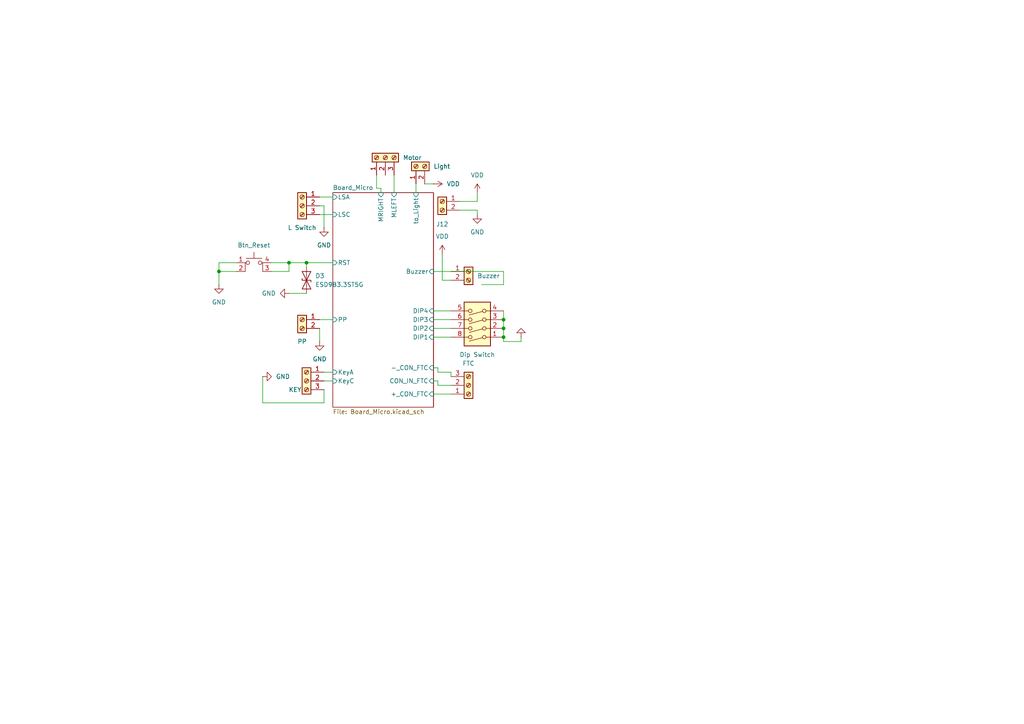
<source format=kicad_sch>
(kicad_sch
	(version 20250114)
	(generator "eeschema")
	(generator_version "9.0")
	(uuid "10750c3a-d383-45d6-b98c-cd879b600e84")
	(paper "A4")
	(lib_symbols
		(symbol "Connector:Screw_Terminal_01x02"
			(pin_names
				(offset 1.016)
				(hide yes)
			)
			(exclude_from_sim no)
			(in_bom yes)
			(on_board yes)
			(property "Reference" "J"
				(at 0 2.54 0)
				(effects
					(font
						(size 1.27 1.27)
					)
				)
			)
			(property "Value" "Screw_Terminal_01x02"
				(at 0 -5.08 0)
				(effects
					(font
						(size 1.27 1.27)
					)
				)
			)
			(property "Footprint" ""
				(at 0 0 0)
				(effects
					(font
						(size 1.27 1.27)
					)
					(hide yes)
				)
			)
			(property "Datasheet" "~"
				(at 0 0 0)
				(effects
					(font
						(size 1.27 1.27)
					)
					(hide yes)
				)
			)
			(property "Description" "Generic screw terminal, single row, 01x02, script generated (kicad-library-utils/schlib/autogen/connector/)"
				(at 0 0 0)
				(effects
					(font
						(size 1.27 1.27)
					)
					(hide yes)
				)
			)
			(property "ki_keywords" "screw terminal"
				(at 0 0 0)
				(effects
					(font
						(size 1.27 1.27)
					)
					(hide yes)
				)
			)
			(property "ki_fp_filters" "TerminalBlock*:*"
				(at 0 0 0)
				(effects
					(font
						(size 1.27 1.27)
					)
					(hide yes)
				)
			)
			(symbol "Screw_Terminal_01x02_1_1"
				(rectangle
					(start -1.27 1.27)
					(end 1.27 -3.81)
					(stroke
						(width 0.254)
						(type default)
					)
					(fill
						(type background)
					)
				)
				(polyline
					(pts
						(xy -0.5334 0.3302) (xy 0.3302 -0.508)
					)
					(stroke
						(width 0.1524)
						(type default)
					)
					(fill
						(type none)
					)
				)
				(polyline
					(pts
						(xy -0.5334 -2.2098) (xy 0.3302 -3.048)
					)
					(stroke
						(width 0.1524)
						(type default)
					)
					(fill
						(type none)
					)
				)
				(polyline
					(pts
						(xy -0.3556 0.508) (xy 0.508 -0.3302)
					)
					(stroke
						(width 0.1524)
						(type default)
					)
					(fill
						(type none)
					)
				)
				(polyline
					(pts
						(xy -0.3556 -2.032) (xy 0.508 -2.8702)
					)
					(stroke
						(width 0.1524)
						(type default)
					)
					(fill
						(type none)
					)
				)
				(circle
					(center 0 0)
					(radius 0.635)
					(stroke
						(width 0.1524)
						(type default)
					)
					(fill
						(type none)
					)
				)
				(circle
					(center 0 -2.54)
					(radius 0.635)
					(stroke
						(width 0.1524)
						(type default)
					)
					(fill
						(type none)
					)
				)
				(pin passive line
					(at -5.08 0 0)
					(length 3.81)
					(name "Pin_1"
						(effects
							(font
								(size 1.27 1.27)
							)
						)
					)
					(number "1"
						(effects
							(font
								(size 1.27 1.27)
							)
						)
					)
				)
				(pin passive line
					(at -5.08 -2.54 0)
					(length 3.81)
					(name "Pin_2"
						(effects
							(font
								(size 1.27 1.27)
							)
						)
					)
					(number "2"
						(effects
							(font
								(size 1.27 1.27)
							)
						)
					)
				)
			)
			(embedded_fonts no)
		)
		(symbol "Connector:Screw_Terminal_01x03"
			(pin_names
				(offset 1.016)
				(hide yes)
			)
			(exclude_from_sim no)
			(in_bom yes)
			(on_board yes)
			(property "Reference" "J"
				(at 0 5.08 0)
				(effects
					(font
						(size 1.27 1.27)
					)
				)
			)
			(property "Value" "Screw_Terminal_01x03"
				(at 0 -5.08 0)
				(effects
					(font
						(size 1.27 1.27)
					)
				)
			)
			(property "Footprint" ""
				(at 0 0 0)
				(effects
					(font
						(size 1.27 1.27)
					)
					(hide yes)
				)
			)
			(property "Datasheet" "~"
				(at 0 0 0)
				(effects
					(font
						(size 1.27 1.27)
					)
					(hide yes)
				)
			)
			(property "Description" "Generic screw terminal, single row, 01x03, script generated (kicad-library-utils/schlib/autogen/connector/)"
				(at 0 0 0)
				(effects
					(font
						(size 1.27 1.27)
					)
					(hide yes)
				)
			)
			(property "ki_keywords" "screw terminal"
				(at 0 0 0)
				(effects
					(font
						(size 1.27 1.27)
					)
					(hide yes)
				)
			)
			(property "ki_fp_filters" "TerminalBlock*:*"
				(at 0 0 0)
				(effects
					(font
						(size 1.27 1.27)
					)
					(hide yes)
				)
			)
			(symbol "Screw_Terminal_01x03_1_1"
				(rectangle
					(start -1.27 3.81)
					(end 1.27 -3.81)
					(stroke
						(width 0.254)
						(type default)
					)
					(fill
						(type background)
					)
				)
				(polyline
					(pts
						(xy -0.5334 2.8702) (xy 0.3302 2.032)
					)
					(stroke
						(width 0.1524)
						(type default)
					)
					(fill
						(type none)
					)
				)
				(polyline
					(pts
						(xy -0.5334 0.3302) (xy 0.3302 -0.508)
					)
					(stroke
						(width 0.1524)
						(type default)
					)
					(fill
						(type none)
					)
				)
				(polyline
					(pts
						(xy -0.5334 -2.2098) (xy 0.3302 -3.048)
					)
					(stroke
						(width 0.1524)
						(type default)
					)
					(fill
						(type none)
					)
				)
				(polyline
					(pts
						(xy -0.3556 3.048) (xy 0.508 2.2098)
					)
					(stroke
						(width 0.1524)
						(type default)
					)
					(fill
						(type none)
					)
				)
				(polyline
					(pts
						(xy -0.3556 0.508) (xy 0.508 -0.3302)
					)
					(stroke
						(width 0.1524)
						(type default)
					)
					(fill
						(type none)
					)
				)
				(polyline
					(pts
						(xy -0.3556 -2.032) (xy 0.508 -2.8702)
					)
					(stroke
						(width 0.1524)
						(type default)
					)
					(fill
						(type none)
					)
				)
				(circle
					(center 0 2.54)
					(radius 0.635)
					(stroke
						(width 0.1524)
						(type default)
					)
					(fill
						(type none)
					)
				)
				(circle
					(center 0 0)
					(radius 0.635)
					(stroke
						(width 0.1524)
						(type default)
					)
					(fill
						(type none)
					)
				)
				(circle
					(center 0 -2.54)
					(radius 0.635)
					(stroke
						(width 0.1524)
						(type default)
					)
					(fill
						(type none)
					)
				)
				(pin passive line
					(at -5.08 2.54 0)
					(length 3.81)
					(name "Pin_1"
						(effects
							(font
								(size 1.27 1.27)
							)
						)
					)
					(number "1"
						(effects
							(font
								(size 1.27 1.27)
							)
						)
					)
				)
				(pin passive line
					(at -5.08 0 0)
					(length 3.81)
					(name "Pin_2"
						(effects
							(font
								(size 1.27 1.27)
							)
						)
					)
					(number "2"
						(effects
							(font
								(size 1.27 1.27)
							)
						)
					)
				)
				(pin passive line
					(at -5.08 -2.54 0)
					(length 3.81)
					(name "Pin_3"
						(effects
							(font
								(size 1.27 1.27)
							)
						)
					)
					(number "3"
						(effects
							(font
								(size 1.27 1.27)
							)
						)
					)
				)
			)
			(embedded_fonts no)
		)
		(symbol "Diode:ESD9B3.3ST5G"
			(pin_numbers
				(hide yes)
			)
			(pin_names
				(offset 1.016)
				(hide yes)
			)
			(exclude_from_sim no)
			(in_bom yes)
			(on_board yes)
			(property "Reference" "D"
				(at 0 2.54 0)
				(effects
					(font
						(size 1.27 1.27)
					)
				)
			)
			(property "Value" "ESD9B3.3ST5G"
				(at 0 -2.54 0)
				(effects
					(font
						(size 1.27 1.27)
					)
				)
			)
			(property "Footprint" "Diode_SMD:D_SOD-923"
				(at 0 0 0)
				(effects
					(font
						(size 1.27 1.27)
					)
					(hide yes)
				)
			)
			(property "Datasheet" "https://www.onsemi.com/pub/Collateral/ESD9B-D.PDF"
				(at 0 0 0)
				(effects
					(font
						(size 1.27 1.27)
					)
					(hide yes)
				)
			)
			(property "Description" "ESD protection diode, 3.3Vrwm, SOD-923"
				(at 0 0 0)
				(effects
					(font
						(size 1.27 1.27)
					)
					(hide yes)
				)
			)
			(property "ki_keywords" "diode TVS ESD"
				(at 0 0 0)
				(effects
					(font
						(size 1.27 1.27)
					)
					(hide yes)
				)
			)
			(property "ki_fp_filters" "D*SOD?923*"
				(at 0 0 0)
				(effects
					(font
						(size 1.27 1.27)
					)
					(hide yes)
				)
			)
			(symbol "ESD9B3.3ST5G_0_1"
				(polyline
					(pts
						(xy -2.54 -1.27) (xy 0 0) (xy -2.54 1.27) (xy -2.54 -1.27)
					)
					(stroke
						(width 0.2032)
						(type default)
					)
					(fill
						(type none)
					)
				)
				(polyline
					(pts
						(xy 0.508 1.27) (xy 0 1.27) (xy 0 -1.27) (xy -0.508 -1.27)
					)
					(stroke
						(width 0.2032)
						(type default)
					)
					(fill
						(type none)
					)
				)
				(polyline
					(pts
						(xy 1.27 0) (xy -1.27 0)
					)
					(stroke
						(width 0)
						(type default)
					)
					(fill
						(type none)
					)
				)
				(polyline
					(pts
						(xy 2.54 1.27) (xy 2.54 -1.27) (xy 0 0) (xy 2.54 1.27)
					)
					(stroke
						(width 0.2032)
						(type default)
					)
					(fill
						(type none)
					)
				)
			)
			(symbol "ESD9B3.3ST5G_1_1"
				(pin passive line
					(at -3.81 0 0)
					(length 2.54)
					(name "A1"
						(effects
							(font
								(size 1.27 1.27)
							)
						)
					)
					(number "1"
						(effects
							(font
								(size 1.27 1.27)
							)
						)
					)
				)
				(pin passive line
					(at 3.81 0 180)
					(length 2.54)
					(name "A2"
						(effects
							(font
								(size 1.27 1.27)
							)
						)
					)
					(number "2"
						(effects
							(font
								(size 1.27 1.27)
							)
						)
					)
				)
			)
			(embedded_fonts no)
		)
		(symbol "Switch:SW_DIP_x04"
			(pin_names
				(offset 0)
				(hide yes)
			)
			(exclude_from_sim no)
			(in_bom yes)
			(on_board yes)
			(property "Reference" "SW"
				(at 0 8.89 0)
				(effects
					(font
						(size 1.27 1.27)
					)
				)
			)
			(property "Value" "SW_DIP_x04"
				(at 0 -6.35 0)
				(effects
					(font
						(size 1.27 1.27)
					)
				)
			)
			(property "Footprint" ""
				(at 0 0 0)
				(effects
					(font
						(size 1.27 1.27)
					)
					(hide yes)
				)
			)
			(property "Datasheet" "~"
				(at 0 0 0)
				(effects
					(font
						(size 1.27 1.27)
					)
					(hide yes)
				)
			)
			(property "Description" "4x DIP Switch, Single Pole Single Throw (SPST) switch, small symbol"
				(at 0 0 0)
				(effects
					(font
						(size 1.27 1.27)
					)
					(hide yes)
				)
			)
			(property "ki_keywords" "dip switch"
				(at 0 0 0)
				(effects
					(font
						(size 1.27 1.27)
					)
					(hide yes)
				)
			)
			(property "ki_fp_filters" "SW?DIP?x4*"
				(at 0 0 0)
				(effects
					(font
						(size 1.27 1.27)
					)
					(hide yes)
				)
			)
			(symbol "SW_DIP_x04_0_0"
				(circle
					(center -2.032 5.08)
					(radius 0.508)
					(stroke
						(width 0)
						(type default)
					)
					(fill
						(type none)
					)
				)
				(circle
					(center -2.032 2.54)
					(radius 0.508)
					(stroke
						(width 0)
						(type default)
					)
					(fill
						(type none)
					)
				)
				(circle
					(center -2.032 0)
					(radius 0.508)
					(stroke
						(width 0)
						(type default)
					)
					(fill
						(type none)
					)
				)
				(circle
					(center -2.032 -2.54)
					(radius 0.508)
					(stroke
						(width 0)
						(type default)
					)
					(fill
						(type none)
					)
				)
				(polyline
					(pts
						(xy -1.524 5.207) (xy 2.3622 6.2484)
					)
					(stroke
						(width 0)
						(type default)
					)
					(fill
						(type none)
					)
				)
				(polyline
					(pts
						(xy -1.524 2.667) (xy 2.3622 3.7084)
					)
					(stroke
						(width 0)
						(type default)
					)
					(fill
						(type none)
					)
				)
				(polyline
					(pts
						(xy -1.524 0.127) (xy 2.3622 1.1684)
					)
					(stroke
						(width 0)
						(type default)
					)
					(fill
						(type none)
					)
				)
				(polyline
					(pts
						(xy -1.524 -2.3876) (xy 2.3622 -1.3462)
					)
					(stroke
						(width 0)
						(type default)
					)
					(fill
						(type none)
					)
				)
				(circle
					(center 2.032 5.08)
					(radius 0.508)
					(stroke
						(width 0)
						(type default)
					)
					(fill
						(type none)
					)
				)
				(circle
					(center 2.032 2.54)
					(radius 0.508)
					(stroke
						(width 0)
						(type default)
					)
					(fill
						(type none)
					)
				)
				(circle
					(center 2.032 0)
					(radius 0.508)
					(stroke
						(width 0)
						(type default)
					)
					(fill
						(type none)
					)
				)
				(circle
					(center 2.032 -2.54)
					(radius 0.508)
					(stroke
						(width 0)
						(type default)
					)
					(fill
						(type none)
					)
				)
			)
			(symbol "SW_DIP_x04_0_1"
				(rectangle
					(start -3.81 7.62)
					(end 3.81 -5.08)
					(stroke
						(width 0.254)
						(type default)
					)
					(fill
						(type background)
					)
				)
			)
			(symbol "SW_DIP_x04_1_1"
				(pin passive line
					(at -7.62 5.08 0)
					(length 5.08)
					(name "~"
						(effects
							(font
								(size 1.27 1.27)
							)
						)
					)
					(number "1"
						(effects
							(font
								(size 1.27 1.27)
							)
						)
					)
				)
				(pin passive line
					(at -7.62 2.54 0)
					(length 5.08)
					(name "~"
						(effects
							(font
								(size 1.27 1.27)
							)
						)
					)
					(number "2"
						(effects
							(font
								(size 1.27 1.27)
							)
						)
					)
				)
				(pin passive line
					(at -7.62 0 0)
					(length 5.08)
					(name "~"
						(effects
							(font
								(size 1.27 1.27)
							)
						)
					)
					(number "3"
						(effects
							(font
								(size 1.27 1.27)
							)
						)
					)
				)
				(pin passive line
					(at -7.62 -2.54 0)
					(length 5.08)
					(name "~"
						(effects
							(font
								(size 1.27 1.27)
							)
						)
					)
					(number "4"
						(effects
							(font
								(size 1.27 1.27)
							)
						)
					)
				)
				(pin passive line
					(at 7.62 5.08 180)
					(length 5.08)
					(name "~"
						(effects
							(font
								(size 1.27 1.27)
							)
						)
					)
					(number "8"
						(effects
							(font
								(size 1.27 1.27)
							)
						)
					)
				)
				(pin passive line
					(at 7.62 2.54 180)
					(length 5.08)
					(name "~"
						(effects
							(font
								(size 1.27 1.27)
							)
						)
					)
					(number "7"
						(effects
							(font
								(size 1.27 1.27)
							)
						)
					)
				)
				(pin passive line
					(at 7.62 0 180)
					(length 5.08)
					(name "~"
						(effects
							(font
								(size 1.27 1.27)
							)
						)
					)
					(number "6"
						(effects
							(font
								(size 1.27 1.27)
							)
						)
					)
				)
				(pin passive line
					(at 7.62 -2.54 180)
					(length 5.08)
					(name "~"
						(effects
							(font
								(size 1.27 1.27)
							)
						)
					)
					(number "5"
						(effects
							(font
								(size 1.27 1.27)
							)
						)
					)
				)
			)
			(embedded_fonts no)
		)
		(symbol "Switch:SW_MEC_5E"
			(pin_names
				(offset 1.016)
				(hide yes)
			)
			(exclude_from_sim no)
			(in_bom yes)
			(on_board yes)
			(property "Reference" "SW"
				(at 0.635 5.715 0)
				(effects
					(font
						(size 1.27 1.27)
					)
					(justify left)
				)
			)
			(property "Value" "SW_MEC_5E"
				(at 0 -3.175 0)
				(effects
					(font
						(size 1.27 1.27)
					)
				)
			)
			(property "Footprint" ""
				(at 0 7.62 0)
				(effects
					(font
						(size 1.27 1.27)
					)
					(hide yes)
				)
			)
			(property "Datasheet" "http://www.apem.com/int/index.php?controller=attachment&id_attachment=1371"
				(at 0 7.62 0)
				(effects
					(font
						(size 1.27 1.27)
					)
					(hide yes)
				)
			)
			(property "Description" "MEC 5E single pole normally-open tactile switch"
				(at 0 0 0)
				(effects
					(font
						(size 1.27 1.27)
					)
					(hide yes)
				)
			)
			(property "ki_keywords" "switch normally-open pushbutton push-button"
				(at 0 0 0)
				(effects
					(font
						(size 1.27 1.27)
					)
					(hide yes)
				)
			)
			(property "ki_fp_filters" "SW*MEC*5G*"
				(at 0 0 0)
				(effects
					(font
						(size 1.27 1.27)
					)
					(hide yes)
				)
			)
			(symbol "SW_MEC_5E_0_1"
				(polyline
					(pts
						(xy -2.54 0) (xy -2.54 2.54) (xy -2.286 2.54)
					)
					(stroke
						(width 0)
						(type default)
					)
					(fill
						(type none)
					)
				)
				(polyline
					(pts
						(xy -2.286 3.81) (xy 2.286 3.81)
					)
					(stroke
						(width 0)
						(type default)
					)
					(fill
						(type none)
					)
				)
				(circle
					(center -1.778 2.54)
					(radius 0.508)
					(stroke
						(width 0)
						(type default)
					)
					(fill
						(type none)
					)
				)
				(polyline
					(pts
						(xy 0 3.81) (xy 0 5.588)
					)
					(stroke
						(width 0)
						(type default)
					)
					(fill
						(type none)
					)
				)
				(circle
					(center 1.778 2.54)
					(radius 0.508)
					(stroke
						(width 0)
						(type default)
					)
					(fill
						(type none)
					)
				)
				(polyline
					(pts
						(xy 2.54 0) (xy 2.54 2.54) (xy 2.286 2.54)
					)
					(stroke
						(width 0)
						(type default)
					)
					(fill
						(type none)
					)
				)
				(pin passive line
					(at -5.08 2.54 0)
					(length 2.54)
					(name "1"
						(effects
							(font
								(size 1.27 1.27)
							)
						)
					)
					(number "1"
						(effects
							(font
								(size 1.27 1.27)
							)
						)
					)
				)
				(pin passive line
					(at -5.08 0 0)
					(length 2.54)
					(name "2"
						(effects
							(font
								(size 1.27 1.27)
							)
						)
					)
					(number "2"
						(effects
							(font
								(size 1.27 1.27)
							)
						)
					)
				)
				(pin passive line
					(at 5.08 2.54 180)
					(length 2.54)
					(name "A"
						(effects
							(font
								(size 1.27 1.27)
							)
						)
					)
					(number "4"
						(effects
							(font
								(size 1.27 1.27)
							)
						)
					)
				)
				(pin passive line
					(at 5.08 0 180)
					(length 2.54)
					(name "K"
						(effects
							(font
								(size 1.27 1.27)
							)
						)
					)
					(number "3"
						(effects
							(font
								(size 1.27 1.27)
							)
						)
					)
				)
			)
			(embedded_fonts no)
		)
		(symbol "power:GND"
			(power)
			(pin_numbers
				(hide yes)
			)
			(pin_names
				(offset 0)
				(hide yes)
			)
			(exclude_from_sim no)
			(in_bom yes)
			(on_board yes)
			(property "Reference" "#PWR"
				(at 0 -6.35 0)
				(effects
					(font
						(size 1.27 1.27)
					)
					(hide yes)
				)
			)
			(property "Value" "GND"
				(at 0 -3.81 0)
				(effects
					(font
						(size 1.27 1.27)
					)
				)
			)
			(property "Footprint" ""
				(at 0 0 0)
				(effects
					(font
						(size 1.27 1.27)
					)
					(hide yes)
				)
			)
			(property "Datasheet" ""
				(at 0 0 0)
				(effects
					(font
						(size 1.27 1.27)
					)
					(hide yes)
				)
			)
			(property "Description" "Power symbol creates a global label with name \"GND\" , ground"
				(at 0 0 0)
				(effects
					(font
						(size 1.27 1.27)
					)
					(hide yes)
				)
			)
			(property "ki_keywords" "global power"
				(at 0 0 0)
				(effects
					(font
						(size 1.27 1.27)
					)
					(hide yes)
				)
			)
			(symbol "GND_0_1"
				(polyline
					(pts
						(xy 0 0) (xy 0 -1.27) (xy 1.27 -1.27) (xy 0 -2.54) (xy -1.27 -1.27) (xy 0 -1.27)
					)
					(stroke
						(width 0)
						(type default)
					)
					(fill
						(type none)
					)
				)
			)
			(symbol "GND_1_1"
				(pin power_in line
					(at 0 0 270)
					(length 0)
					(name "~"
						(effects
							(font
								(size 1.27 1.27)
							)
						)
					)
					(number "1"
						(effects
							(font
								(size 1.27 1.27)
							)
						)
					)
				)
			)
			(embedded_fonts no)
		)
		(symbol "power:VDD"
			(power)
			(pin_numbers
				(hide yes)
			)
			(pin_names
				(offset 0)
				(hide yes)
			)
			(exclude_from_sim no)
			(in_bom yes)
			(on_board yes)
			(property "Reference" "#PWR"
				(at 0 -3.81 0)
				(effects
					(font
						(size 1.27 1.27)
					)
					(hide yes)
				)
			)
			(property "Value" "VDD"
				(at 0 3.556 0)
				(effects
					(font
						(size 1.27 1.27)
					)
				)
			)
			(property "Footprint" ""
				(at 0 0 0)
				(effects
					(font
						(size 1.27 1.27)
					)
					(hide yes)
				)
			)
			(property "Datasheet" ""
				(at 0 0 0)
				(effects
					(font
						(size 1.27 1.27)
					)
					(hide yes)
				)
			)
			(property "Description" "Power symbol creates a global label with name \"VDD\""
				(at 0 0 0)
				(effects
					(font
						(size 1.27 1.27)
					)
					(hide yes)
				)
			)
			(property "ki_keywords" "global power"
				(at 0 0 0)
				(effects
					(font
						(size 1.27 1.27)
					)
					(hide yes)
				)
			)
			(symbol "VDD_0_1"
				(polyline
					(pts
						(xy -0.762 1.27) (xy 0 2.54)
					)
					(stroke
						(width 0)
						(type default)
					)
					(fill
						(type none)
					)
				)
				(polyline
					(pts
						(xy 0 2.54) (xy 0.762 1.27)
					)
					(stroke
						(width 0)
						(type default)
					)
					(fill
						(type none)
					)
				)
				(polyline
					(pts
						(xy 0 0) (xy 0 2.54)
					)
					(stroke
						(width 0)
						(type default)
					)
					(fill
						(type none)
					)
				)
			)
			(symbol "VDD_1_1"
				(pin power_in line
					(at 0 0 90)
					(length 0)
					(name "~"
						(effects
							(font
								(size 1.27 1.27)
							)
						)
					)
					(number "1"
						(effects
							(font
								(size 1.27 1.27)
							)
						)
					)
				)
			)
			(embedded_fonts no)
		)
	)
	(junction
		(at 83.82 76.2)
		(diameter 0)
		(color 0 0 0 0)
		(uuid "1c8efdd9-0873-4dda-a5a8-a20f70e77cf2")
	)
	(junction
		(at 146.05 97.79)
		(diameter 0)
		(color 0 0 0 0)
		(uuid "24c7d4c4-8680-442e-b7de-644bc2bca778")
	)
	(junction
		(at 146.05 92.71)
		(diameter 0)
		(color 0 0 0 0)
		(uuid "25014e23-a2b6-4163-937e-1cb903f5af9f")
	)
	(junction
		(at 88.9 76.2)
		(diameter 0)
		(color 0 0 0 0)
		(uuid "2ab3b6a6-6b22-4060-90a6-e9c3b6d10703")
	)
	(junction
		(at 63.5 78.74)
		(diameter 0)
		(color 0 0 0 0)
		(uuid "bdc15a34-4ba7-4441-9a5c-c0228e69b5cb")
	)
	(junction
		(at 146.05 95.25)
		(diameter 0)
		(color 0 0 0 0)
		(uuid "cda9231c-4d23-4b82-9a1d-fd0fcdb417e2")
	)
	(wire
		(pts
			(xy 93.98 66.04) (xy 93.98 59.69)
		)
		(stroke
			(width 0)
			(type default)
		)
		(uuid "090b79ab-54c7-4e75-9a50-7601d96d61a8")
	)
	(wire
		(pts
			(xy 114.3 50.8) (xy 114.3 55.88)
		)
		(stroke
			(width 0)
			(type default)
		)
		(uuid "159667f9-0085-4ce7-a9a9-8e8754aa1172")
	)
	(wire
		(pts
			(xy 146.05 82.55) (xy 139.7 82.55)
		)
		(stroke
			(width 0)
			(type default)
		)
		(uuid "17b903e1-36e4-4828-8959-f9055a922e79")
	)
	(wire
		(pts
			(xy 78.74 78.74) (xy 83.82 78.74)
		)
		(stroke
			(width 0)
			(type default)
		)
		(uuid "23ee5608-4c01-478d-8d12-012cafd9ee44")
	)
	(wire
		(pts
			(xy 78.74 76.2) (xy 83.82 76.2)
		)
		(stroke
			(width 0)
			(type default)
		)
		(uuid "29aefbff-3488-43b2-b313-88df91d9111b")
	)
	(wire
		(pts
			(xy 110.49 54.61) (xy 110.49 55.88)
		)
		(stroke
			(width 0)
			(type default)
		)
		(uuid "2ac9ace6-8dab-4c1b-bd06-18d3cf9ad49e")
	)
	(wire
		(pts
			(xy 125.73 90.17) (xy 130.81 90.17)
		)
		(stroke
			(width 0)
			(type default)
		)
		(uuid "2c94b8b2-70d4-4342-ae12-420df3489b29")
	)
	(wire
		(pts
			(xy 125.73 114.3) (xy 130.81 114.3)
		)
		(stroke
			(width 0)
			(type default)
		)
		(uuid "3191ac8b-1d79-4df7-90bb-9afea9550bf2")
	)
	(wire
		(pts
			(xy 109.22 54.61) (xy 110.49 54.61)
		)
		(stroke
			(width 0)
			(type default)
		)
		(uuid "415afe65-bb93-480a-be16-5456706dd641")
	)
	(wire
		(pts
			(xy 127 106.68) (xy 125.73 106.68)
		)
		(stroke
			(width 0)
			(type default)
		)
		(uuid "47b30333-8d6f-48ad-8a43-838c4a6d1a63")
	)
	(wire
		(pts
			(xy 92.71 92.71) (xy 96.52 92.71)
		)
		(stroke
			(width 0)
			(type default)
		)
		(uuid "47ca7c14-027c-49b6-8893-8b7a15b95f9c")
	)
	(wire
		(pts
			(xy 146.05 99.06) (xy 151.13 99.06)
		)
		(stroke
			(width 0)
			(type default)
		)
		(uuid "4df8e93e-6bc5-4d0a-ad8b-ba0e8aa87506")
	)
	(wire
		(pts
			(xy 83.82 76.2) (xy 88.9 76.2)
		)
		(stroke
			(width 0)
			(type default)
		)
		(uuid "5af9021b-e585-4fba-ab88-2841701bcee8")
	)
	(wire
		(pts
			(xy 125.73 78.74) (xy 146.05 78.74)
		)
		(stroke
			(width 0)
			(type default)
		)
		(uuid "69c43df2-2f04-473e-abfc-36e2c3ff8989")
	)
	(wire
		(pts
			(xy 92.71 62.23) (xy 96.52 62.23)
		)
		(stroke
			(width 0)
			(type default)
		)
		(uuid "6af1089a-33d0-4444-be0f-1cdade6bd566")
	)
	(wire
		(pts
			(xy 130.81 109.22) (xy 130.81 107.95)
		)
		(stroke
			(width 0)
			(type default)
		)
		(uuid "6bd63fad-4e29-4fda-ac74-5b13c8625097")
	)
	(wire
		(pts
			(xy 68.58 76.2) (xy 63.5 76.2)
		)
		(stroke
			(width 0)
			(type default)
		)
		(uuid "6fd2b197-5f2d-435c-8f54-f2c9bc842c27")
	)
	(wire
		(pts
			(xy 146.05 97.79) (xy 146.05 99.06)
		)
		(stroke
			(width 0)
			(type default)
		)
		(uuid "76fe4481-fdb1-4838-9508-c534024933f2")
	)
	(wire
		(pts
			(xy 76.2 116.84) (xy 93.98 116.84)
		)
		(stroke
			(width 0)
			(type default)
		)
		(uuid "78610e5e-3952-4bf6-9cfb-5fed4be8d3fa")
	)
	(wire
		(pts
			(xy 63.5 76.2) (xy 63.5 78.74)
		)
		(stroke
			(width 0)
			(type default)
		)
		(uuid "862c101f-167a-478b-92ce-42c37c54c385")
	)
	(wire
		(pts
			(xy 63.5 78.74) (xy 63.5 82.55)
		)
		(stroke
			(width 0)
			(type default)
		)
		(uuid "8c28c911-233f-4757-a253-096feed28156")
	)
	(wire
		(pts
			(xy 83.82 78.74) (xy 83.82 76.2)
		)
		(stroke
			(width 0)
			(type default)
		)
		(uuid "90bdea75-200b-43e4-9b95-a9a7504841cd")
	)
	(wire
		(pts
			(xy 125.73 95.25) (xy 130.81 95.25)
		)
		(stroke
			(width 0)
			(type default)
		)
		(uuid "922d9245-b9a4-4012-9397-93f179d152f8")
	)
	(wire
		(pts
			(xy 127 111.76) (xy 127 110.49)
		)
		(stroke
			(width 0)
			(type default)
		)
		(uuid "963ed919-bdeb-4168-9df5-4f49ac32be88")
	)
	(wire
		(pts
			(xy 127 110.49) (xy 125.73 110.49)
		)
		(stroke
			(width 0)
			(type default)
		)
		(uuid "9eba6cfd-8c39-40f5-91a0-7892c882bed1")
	)
	(wire
		(pts
			(xy 109.22 50.8) (xy 109.22 54.61)
		)
		(stroke
			(width 0)
			(type default)
		)
		(uuid "9fa80f93-cc85-470c-8e23-a33da79bae97")
	)
	(wire
		(pts
			(xy 138.43 58.42) (xy 138.43 55.88)
		)
		(stroke
			(width 0)
			(type default)
		)
		(uuid "9fcf20bb-bf83-4722-a61a-280a2a1d8309")
	)
	(wire
		(pts
			(xy 92.71 95.25) (xy 92.71 99.06)
		)
		(stroke
			(width 0)
			(type default)
		)
		(uuid "ae80fbb6-79cc-4db8-b246-448bc96f500f")
	)
	(wire
		(pts
			(xy 146.05 90.17) (xy 146.05 92.71)
		)
		(stroke
			(width 0)
			(type default)
		)
		(uuid "b09f6fc6-b3cd-4ae5-9370-aa3cceaec6a2")
	)
	(wire
		(pts
			(xy 93.98 116.84) (xy 93.98 113.03)
		)
		(stroke
			(width 0)
			(type default)
		)
		(uuid "b2b48e0f-5ada-4612-a537-151e576ea220")
	)
	(wire
		(pts
			(xy 130.81 111.76) (xy 127 111.76)
		)
		(stroke
			(width 0)
			(type default)
		)
		(uuid "b38d7e8a-3608-4822-849c-37f73a627351")
	)
	(wire
		(pts
			(xy 151.13 99.06) (xy 151.13 97.79)
		)
		(stroke
			(width 0)
			(type default)
		)
		(uuid "bc492f7a-1071-4229-b624-eb9ab80fb009")
	)
	(wire
		(pts
			(xy 123.19 53.34) (xy 125.73 53.34)
		)
		(stroke
			(width 0)
			(type default)
		)
		(uuid "c05bdb55-d7fb-4582-8114-ea7dc2872754")
	)
	(wire
		(pts
			(xy 83.82 85.09) (xy 88.9 85.09)
		)
		(stroke
			(width 0)
			(type default)
		)
		(uuid "c09dcc64-c1a4-401f-aa37-f5f205de6fb4")
	)
	(wire
		(pts
			(xy 130.81 107.95) (xy 127 107.95)
		)
		(stroke
			(width 0)
			(type default)
		)
		(uuid "c3d1cf47-443b-4d26-b137-8a172c543950")
	)
	(wire
		(pts
			(xy 88.9 77.47) (xy 88.9 76.2)
		)
		(stroke
			(width 0)
			(type default)
		)
		(uuid "c41bb429-53d2-4934-954d-71aadb0098e0")
	)
	(wire
		(pts
			(xy 146.05 78.74) (xy 146.05 82.55)
		)
		(stroke
			(width 0)
			(type default)
		)
		(uuid "c8586fad-7162-4ddf-9d1d-12002eba5532")
	)
	(wire
		(pts
			(xy 93.98 107.95) (xy 96.52 107.95)
		)
		(stroke
			(width 0)
			(type default)
		)
		(uuid "d1e20816-1e18-4e9a-b198-61bb72b195b0")
	)
	(wire
		(pts
			(xy 120.65 53.34) (xy 120.65 55.88)
		)
		(stroke
			(width 0)
			(type default)
		)
		(uuid "da41ba76-fd14-4810-8a0d-7474277d9c1a")
	)
	(wire
		(pts
			(xy 93.98 59.69) (xy 92.71 59.69)
		)
		(stroke
			(width 0)
			(type default)
		)
		(uuid "dac5f7b8-aa59-462c-b6d5-52195a4225f9")
	)
	(wire
		(pts
			(xy 146.05 92.71) (xy 146.05 95.25)
		)
		(stroke
			(width 0)
			(type default)
		)
		(uuid "dc12a10c-34c6-4e7d-b3f0-4d06519602f7")
	)
	(wire
		(pts
			(xy 93.98 110.49) (xy 96.52 110.49)
		)
		(stroke
			(width 0)
			(type default)
		)
		(uuid "e030f813-a9c8-4a8f-9cb7-c21ca7fd87d1")
	)
	(wire
		(pts
			(xy 146.05 95.25) (xy 146.05 97.79)
		)
		(stroke
			(width 0)
			(type default)
		)
		(uuid "e0d7a268-3f25-459d-b864-c3c2bb5ac0b7")
	)
	(wire
		(pts
			(xy 125.73 97.79) (xy 130.81 97.79)
		)
		(stroke
			(width 0)
			(type default)
		)
		(uuid "e2bf803c-5ed7-4903-a88e-b8d0af52e7b3")
	)
	(wire
		(pts
			(xy 88.9 76.2) (xy 96.52 76.2)
		)
		(stroke
			(width 0)
			(type default)
		)
		(uuid "e4b26a7c-f03f-4d19-8a33-0afd65878453")
	)
	(wire
		(pts
			(xy 128.27 81.28) (xy 128.27 73.66)
		)
		(stroke
			(width 0)
			(type default)
		)
		(uuid "e6065978-d0f9-489e-afd8-1c59e60e4d64")
	)
	(wire
		(pts
			(xy 128.27 81.28) (xy 130.81 81.28)
		)
		(stroke
			(width 0)
			(type default)
		)
		(uuid "e6dab7b8-ceac-46f5-9404-8538e4cc0568")
	)
	(wire
		(pts
			(xy 76.2 116.84) (xy 76.2 109.22)
		)
		(stroke
			(width 0)
			(type default)
		)
		(uuid "e921b272-7efd-4745-a610-c52ecc6866d8")
	)
	(wire
		(pts
			(xy 92.71 57.15) (xy 96.52 57.15)
		)
		(stroke
			(width 0)
			(type default)
		)
		(uuid "e98e9722-5ece-448c-ad55-9f5c32c30a27")
	)
	(wire
		(pts
			(xy 133.35 58.42) (xy 138.43 58.42)
		)
		(stroke
			(width 0)
			(type default)
		)
		(uuid "efc99d07-51c8-426f-920d-a29c4921a360")
	)
	(wire
		(pts
			(xy 63.5 78.74) (xy 68.58 78.74)
		)
		(stroke
			(width 0)
			(type default)
		)
		(uuid "f655718d-42f8-4822-9c60-dce74fb299ba")
	)
	(wire
		(pts
			(xy 125.73 92.71) (xy 130.81 92.71)
		)
		(stroke
			(width 0)
			(type default)
		)
		(uuid "f6565751-4a3b-4be7-92ce-06d4622ca21d")
	)
	(wire
		(pts
			(xy 127 107.95) (xy 127 106.68)
		)
		(stroke
			(width 0)
			(type default)
		)
		(uuid "f8b6b81a-7eb5-4d18-8add-00c2329749b4")
	)
	(wire
		(pts
			(xy 133.35 60.96) (xy 138.43 60.96)
		)
		(stroke
			(width 0)
			(type default)
		)
		(uuid "fe38732f-c6f2-44e0-9e75-e38bf2227eb0")
	)
	(wire
		(pts
			(xy 138.43 60.96) (xy 138.43 62.23)
		)
		(stroke
			(width 0)
			(type default)
		)
		(uuid "fe420fd8-8c38-4afd-84ff-ed5c37c3febf")
	)
	(symbol
		(lib_id "power:GND")
		(at 63.5 82.55 0)
		(unit 1)
		(exclude_from_sim no)
		(in_bom yes)
		(on_board yes)
		(dnp no)
		(fields_autoplaced yes)
		(uuid "0785062d-d1d4-42ca-bcc8-df6b2628423a")
		(property "Reference" "#PWR43"
			(at 63.5 88.9 0)
			(effects
				(font
					(size 1.27 1.27)
				)
				(hide yes)
			)
		)
		(property "Value" "GND"
			(at 63.5 87.63 0)
			(effects
				(font
					(size 1.27 1.27)
				)
			)
		)
		(property "Footprint" ""
			(at 63.5 82.55 0)
			(effects
				(font
					(size 1.27 1.27)
				)
				(hide yes)
			)
		)
		(property "Datasheet" ""
			(at 63.5 82.55 0)
			(effects
				(font
					(size 1.27 1.27)
				)
				(hide yes)
			)
		)
		(property "Description" "Power symbol creates a global label with name \"GND\" , ground"
			(at 63.5 82.55 0)
			(effects
				(font
					(size 1.27 1.27)
				)
				(hide yes)
			)
		)
		(pin "1"
			(uuid "092b3125-b735-4572-aad3-eeb45c3f60ec")
		)
		(instances
			(project "Proyecto board puerta"
				(path "/10750c3a-d383-45d6-b98c-cd879b600e84"
					(reference "#PWR43")
					(unit 1)
				)
			)
		)
	)
	(symbol
		(lib_id "Switch:SW_MEC_5E")
		(at 73.66 78.74 0)
		(unit 1)
		(exclude_from_sim no)
		(in_bom yes)
		(on_board yes)
		(dnp no)
		(fields_autoplaced yes)
		(uuid "07cd2a8f-cf41-44a4-9391-3a3cdef60ae1")
		(property "Reference" "SW3"
			(at 73.66 68.58 0)
			(effects
				(font
					(size 1.27 1.27)
				)
				(hide yes)
			)
		)
		(property "Value" "Btn_Reset"
			(at 73.66 71.12 0)
			(effects
				(font
					(size 1.27 1.27)
				)
			)
		)
		(property "Footprint" ""
			(at 73.66 71.12 0)
			(effects
				(font
					(size 1.27 1.27)
				)
				(hide yes)
			)
		)
		(property "Datasheet" "http://www.apem.com/int/index.php?controller=attachment&id_attachment=1371"
			(at 73.66 71.12 0)
			(effects
				(font
					(size 1.27 1.27)
				)
				(hide yes)
			)
		)
		(property "Description" "MEC 5E single pole normally-open tactile switch"
			(at 73.66 78.74 0)
			(effects
				(font
					(size 1.27 1.27)
				)
				(hide yes)
			)
		)
		(pin "2"
			(uuid "6c3c062a-ba77-4cbc-aa38-d7940a148f96")
		)
		(pin "3"
			(uuid "6399c870-bf3e-49a3-af09-fc6677b37ab1")
		)
		(pin "4"
			(uuid "e8389ce9-b98a-4057-ab57-3c12d07120b9")
		)
		(pin "1"
			(uuid "5b6e9f1b-a59c-4e2c-bde3-bc127560ba44")
		)
		(instances
			(project ""
				(path "/10750c3a-d383-45d6-b98c-cd879b600e84"
					(reference "SW3")
					(unit 1)
				)
			)
		)
	)
	(symbol
		(lib_id "Connector:Screw_Terminal_01x02")
		(at 128.27 58.42 0)
		(mirror y)
		(unit 1)
		(exclude_from_sim no)
		(in_bom yes)
		(on_board yes)
		(dnp no)
		(uuid "0babe5a7-c605-494c-a0c1-11d9714001a5")
		(property "Reference" "J12"
			(at 128.27 65.024 0)
			(effects
				(font
					(size 1.27 1.27)
				)
			)
		)
		(property "Value" "Screw_Terminal_01x02"
			(at 126.238 64.516 0)
			(effects
				(font
					(size 1.27 1.27)
				)
				(hide yes)
			)
		)
		(property "Footprint" ""
			(at 128.27 58.42 0)
			(effects
				(font
					(size 1.27 1.27)
				)
				(hide yes)
			)
		)
		(property "Datasheet" "~"
			(at 128.27 58.42 0)
			(effects
				(font
					(size 1.27 1.27)
				)
				(hide yes)
			)
		)
		(property "Description" "Generic screw terminal, single row, 01x02, script generated (kicad-library-utils/schlib/autogen/connector/)"
			(at 128.27 58.42 0)
			(effects
				(font
					(size 1.27 1.27)
				)
				(hide yes)
			)
		)
		(pin "2"
			(uuid "330c3cb5-bef7-4fdd-8d5f-2b6cfa0fc403")
		)
		(pin "1"
			(uuid "ac96a8df-8a95-4929-8f1c-487d58de223b")
		)
		(instances
			(project "Proyecto board puerta"
				(path "/10750c3a-d383-45d6-b98c-cd879b600e84"
					(reference "J12")
					(unit 1)
				)
			)
		)
	)
	(symbol
		(lib_id "Connector:Screw_Terminal_01x03")
		(at 111.76 45.72 90)
		(unit 1)
		(exclude_from_sim no)
		(in_bom yes)
		(on_board yes)
		(dnp no)
		(fields_autoplaced yes)
		(uuid "1fa5191a-96d9-46ad-a32c-5048ba5e7e17")
		(property "Reference" "J11"
			(at 120.65 45.72 0)
			(effects
				(font
					(size 1.27 1.27)
				)
				(hide yes)
			)
		)
		(property "Value" "Motor"
			(at 116.84 45.7199 90)
			(effects
				(font
					(size 1.27 1.27)
				)
				(justify right)
			)
		)
		(property "Footprint" "TerminalBlock:TerminalBlock_bornier-3_P5.08mm"
			(at 111.76 45.72 0)
			(effects
				(font
					(size 1.27 1.27)
				)
				(hide yes)
			)
		)
		(property "Datasheet" "~"
			(at 111.76 45.72 0)
			(effects
				(font
					(size 1.27 1.27)
				)
				(hide yes)
			)
		)
		(property "Description" "Generic screw terminal, single row, 01x03, script generated (kicad-library-utils/schlib/autogen/connector/)"
			(at 111.76 45.72 0)
			(effects
				(font
					(size 1.27 1.27)
				)
				(hide yes)
			)
		)
		(pin "3"
			(uuid "ed122ab1-56de-4b95-9ee8-04a6294328b5")
		)
		(pin "1"
			(uuid "a59f8b97-a84a-474f-a8fa-63f5be53bb83")
		)
		(pin "2"
			(uuid "963a9aa0-caa5-4bfb-a60e-1858bb341936")
		)
		(instances
			(project "Proyecto board puerta"
				(path "/10750c3a-d383-45d6-b98c-cd879b600e84"
					(reference "J11")
					(unit 1)
				)
			)
		)
	)
	(symbol
		(lib_id "power:GND")
		(at 92.71 99.06 0)
		(unit 1)
		(exclude_from_sim no)
		(in_bom yes)
		(on_board yes)
		(dnp no)
		(fields_autoplaced yes)
		(uuid "23c7ff33-bc72-421a-8829-64274d44e0af")
		(property "Reference" "#PWR20"
			(at 92.71 105.41 0)
			(effects
				(font
					(size 1.27 1.27)
				)
				(hide yes)
			)
		)
		(property "Value" "GND"
			(at 92.71 104.14 0)
			(effects
				(font
					(size 1.27 1.27)
				)
			)
		)
		(property "Footprint" ""
			(at 92.71 99.06 0)
			(effects
				(font
					(size 1.27 1.27)
				)
				(hide yes)
			)
		)
		(property "Datasheet" ""
			(at 92.71 99.06 0)
			(effects
				(font
					(size 1.27 1.27)
				)
				(hide yes)
			)
		)
		(property "Description" "Power symbol creates a global label with name \"GND\" , ground"
			(at 92.71 99.06 0)
			(effects
				(font
					(size 1.27 1.27)
				)
				(hide yes)
			)
		)
		(pin "1"
			(uuid "9f46ddf2-6b20-41c1-beb7-1bd6de50d8ac")
		)
		(instances
			(project "Proyecto board puerta"
				(path "/10750c3a-d383-45d6-b98c-cd879b600e84"
					(reference "#PWR20")
					(unit 1)
				)
			)
		)
	)
	(symbol
		(lib_id "Connector:Screw_Terminal_01x02")
		(at 120.65 48.26 90)
		(unit 1)
		(exclude_from_sim no)
		(in_bom yes)
		(on_board yes)
		(dnp no)
		(fields_autoplaced yes)
		(uuid "25d6fb6d-4f88-43b8-8564-206713427d96")
		(property "Reference" "J5"
			(at 120.6499 45.72 0)
			(effects
				(font
					(size 1.27 1.27)
				)
				(justify left)
				(hide yes)
			)
		)
		(property "Value" "Light"
			(at 125.73 48.2599 90)
			(effects
				(font
					(size 1.27 1.27)
				)
				(justify right)
			)
		)
		(property "Footprint" "TerminalBlock:TerminalBlock_bornier-2_P5.08mm"
			(at 120.65 48.26 0)
			(effects
				(font
					(size 1.27 1.27)
				)
				(hide yes)
			)
		)
		(property "Datasheet" "~"
			(at 120.65 48.26 0)
			(effects
				(font
					(size 1.27 1.27)
				)
				(hide yes)
			)
		)
		(property "Description" "Generic screw terminal, single row, 01x02, script generated (kicad-library-utils/schlib/autogen/connector/)"
			(at 120.65 48.26 0)
			(effects
				(font
					(size 1.27 1.27)
				)
				(hide yes)
			)
		)
		(pin "2"
			(uuid "03e9bc13-aa00-4d94-a13e-993c370daaeb")
		)
		(pin "1"
			(uuid "af4aacc6-5b2f-4142-8315-29c5e3410725")
		)
		(instances
			(project "Proyecto board puerta"
				(path "/10750c3a-d383-45d6-b98c-cd879b600e84"
					(reference "J5")
					(unit 1)
				)
			)
		)
	)
	(symbol
		(lib_id "Connector:Screw_Terminal_01x02")
		(at 135.89 78.74 0)
		(unit 1)
		(exclude_from_sim no)
		(in_bom yes)
		(on_board yes)
		(dnp no)
		(fields_autoplaced yes)
		(uuid "27b8facb-d908-4083-9346-ad1df5096ef6")
		(property "Reference" "J6"
			(at 138.43 78.7399 0)
			(effects
				(font
					(size 1.27 1.27)
				)
				(justify left)
				(hide yes)
			)
		)
		(property "Value" "Buzzer"
			(at 138.43 80.0099 0)
			(effects
				(font
					(size 1.27 1.27)
				)
				(justify left)
			)
		)
		(property "Footprint" "TerminalBlock:TerminalBlock_bornier-2_P5.08mm"
			(at 135.89 78.74 0)
			(effects
				(font
					(size 1.27 1.27)
				)
				(hide yes)
			)
		)
		(property "Datasheet" "~"
			(at 135.89 78.74 0)
			(effects
				(font
					(size 1.27 1.27)
				)
				(hide yes)
			)
		)
		(property "Description" "Generic screw terminal, single row, 01x02, script generated (kicad-library-utils/schlib/autogen/connector/)"
			(at 135.89 78.74 0)
			(effects
				(font
					(size 1.27 1.27)
				)
				(hide yes)
			)
		)
		(pin "2"
			(uuid "bc89d024-dabd-492b-963b-89960ed3f639")
		)
		(pin "1"
			(uuid "2c7431fa-a27f-4997-a8ce-e1e9f320c6b5")
		)
		(instances
			(project "Proyecto board puerta"
				(path "/10750c3a-d383-45d6-b98c-cd879b600e84"
					(reference "J6")
					(unit 1)
				)
			)
		)
	)
	(symbol
		(lib_id "Connector:Screw_Terminal_01x02")
		(at 87.63 92.71 0)
		(mirror y)
		(unit 1)
		(exclude_from_sim no)
		(in_bom yes)
		(on_board yes)
		(dnp no)
		(uuid "29f9d594-bd4c-484b-90eb-e6742b2beca6")
		(property "Reference" "J1"
			(at 87.63 101.6 0)
			(effects
				(font
					(size 1.27 1.27)
				)
				(hide yes)
			)
		)
		(property "Value" "PP"
			(at 87.63 99.06 0)
			(effects
				(font
					(size 1.27 1.27)
				)
			)
		)
		(property "Footprint" "TerminalBlock:TerminalBlock_bornier-2_P5.08mm"
			(at 87.63 92.71 0)
			(effects
				(font
					(size 1.27 1.27)
				)
				(hide yes)
			)
		)
		(property "Datasheet" "~"
			(at 87.63 92.71 0)
			(effects
				(font
					(size 1.27 1.27)
				)
				(hide yes)
			)
		)
		(property "Description" "Generic screw terminal, single row, 01x02, script generated (kicad-library-utils/schlib/autogen/connector/)"
			(at 87.63 92.71 0)
			(effects
				(font
					(size 1.27 1.27)
				)
				(hide yes)
			)
		)
		(pin "2"
			(uuid "381f1655-c636-4d8a-b809-d761b9085217")
		)
		(pin "1"
			(uuid "370a132b-802c-46c9-a9f5-388cdc4d75a5")
		)
		(instances
			(project "Proyecto board puerta"
				(path "/10750c3a-d383-45d6-b98c-cd879b600e84"
					(reference "J1")
					(unit 1)
				)
			)
		)
	)
	(symbol
		(lib_id "Connector:Screw_Terminal_01x03")
		(at 88.9 110.49 0)
		(mirror y)
		(unit 1)
		(exclude_from_sim no)
		(in_bom yes)
		(on_board yes)
		(dnp no)
		(uuid "45fd9496-609c-4d6e-976f-5dc88bf1792f")
		(property "Reference" "J4"
			(at 88.9 119.38 0)
			(effects
				(font
					(size 1.27 1.27)
				)
				(hide yes)
			)
		)
		(property "Value" "KEY"
			(at 85.598 113.03 0)
			(effects
				(font
					(size 1.27 1.27)
				)
			)
		)
		(property "Footprint" "TerminalBlock:TerminalBlock_bornier-3_P5.08mm"
			(at 88.9 110.49 0)
			(effects
				(font
					(size 1.27 1.27)
				)
				(hide yes)
			)
		)
		(property "Datasheet" "~"
			(at 88.9 110.49 0)
			(effects
				(font
					(size 1.27 1.27)
				)
				(hide yes)
			)
		)
		(property "Description" "Generic screw terminal, single row, 01x03, script generated (kicad-library-utils/schlib/autogen/connector/)"
			(at 88.9 110.49 0)
			(effects
				(font
					(size 1.27 1.27)
				)
				(hide yes)
			)
		)
		(pin "3"
			(uuid "3616afd9-3d4a-4944-ae10-6c99069c614d")
		)
		(pin "1"
			(uuid "673837c0-3087-4287-92e8-b42dd0f77480")
		)
		(pin "2"
			(uuid "b5435510-2af4-4443-a54a-464216c5bc84")
		)
		(instances
			(project "Proyecto board puerta"
				(path "/10750c3a-d383-45d6-b98c-cd879b600e84"
					(reference "J4")
					(unit 1)
				)
			)
		)
	)
	(symbol
		(lib_id "Connector:Screw_Terminal_01x03")
		(at 135.89 111.76 0)
		(mirror x)
		(unit 1)
		(exclude_from_sim no)
		(in_bom yes)
		(on_board yes)
		(dnp no)
		(uuid "61e3b0d1-2222-4960-ba4d-e56890112669")
		(property "Reference" "J10"
			(at 135.89 102.87 0)
			(effects
				(font
					(size 1.27 1.27)
				)
				(hide yes)
			)
		)
		(property "Value" "FTC"
			(at 135.89 105.41 0)
			(effects
				(font
					(size 1.27 1.27)
				)
			)
		)
		(property "Footprint" "TerminalBlock:TerminalBlock_bornier-3_P5.08mm"
			(at 135.89 111.76 0)
			(effects
				(font
					(size 1.27 1.27)
				)
				(hide yes)
			)
		)
		(property "Datasheet" "~"
			(at 135.89 111.76 0)
			(effects
				(font
					(size 1.27 1.27)
				)
				(hide yes)
			)
		)
		(property "Description" "Generic screw terminal, single row, 01x03, script generated (kicad-library-utils/schlib/autogen/connector/)"
			(at 135.89 111.76 0)
			(effects
				(font
					(size 1.27 1.27)
				)
				(hide yes)
			)
		)
		(pin "3"
			(uuid "f9764fae-4fc5-4764-83b5-8e5b3b88f26d")
		)
		(pin "1"
			(uuid "37090f7a-59ac-4b8e-a13e-1746cac56825")
		)
		(pin "2"
			(uuid "91668e8b-208e-483c-8f66-d4b6a53d5913")
		)
		(instances
			(project "Proyecto board puerta"
				(path "/10750c3a-d383-45d6-b98c-cd879b600e84"
					(reference "J10")
					(unit 1)
				)
			)
		)
	)
	(symbol
		(lib_id "power:GND")
		(at 93.98 66.04 0)
		(unit 1)
		(exclude_from_sim no)
		(in_bom yes)
		(on_board yes)
		(dnp no)
		(fields_autoplaced yes)
		(uuid "8d33c9dc-10a0-4d02-a085-7c58140adeb6")
		(property "Reference" "#PWR36"
			(at 93.98 72.39 0)
			(effects
				(font
					(size 1.27 1.27)
				)
				(hide yes)
			)
		)
		(property "Value" "GND"
			(at 93.98 71.12 0)
			(effects
				(font
					(size 1.27 1.27)
				)
			)
		)
		(property "Footprint" ""
			(at 93.98 66.04 0)
			(effects
				(font
					(size 1.27 1.27)
				)
				(hide yes)
			)
		)
		(property "Datasheet" ""
			(at 93.98 66.04 0)
			(effects
				(font
					(size 1.27 1.27)
				)
				(hide yes)
			)
		)
		(property "Description" "Power symbol creates a global label with name \"GND\" , ground"
			(at 93.98 66.04 0)
			(effects
				(font
					(size 1.27 1.27)
				)
				(hide yes)
			)
		)
		(pin "1"
			(uuid "d820056c-8fd3-402a-a1fd-8b9f82aa0260")
		)
		(instances
			(project "Proyecto board puerta"
				(path "/10750c3a-d383-45d6-b98c-cd879b600e84"
					(reference "#PWR36")
					(unit 1)
				)
			)
		)
	)
	(symbol
		(lib_id "Connector:Screw_Terminal_01x03")
		(at 87.63 59.69 0)
		(mirror y)
		(unit 1)
		(exclude_from_sim no)
		(in_bom yes)
		(on_board yes)
		(dnp no)
		(uuid "924ecec9-e757-45b2-8310-7775231ef0a1")
		(property "Reference" "J8"
			(at 87.63 68.58 0)
			(effects
				(font
					(size 1.27 1.27)
				)
				(hide yes)
			)
		)
		(property "Value" "L Switch"
			(at 87.63 66.04 0)
			(effects
				(font
					(size 1.27 1.27)
				)
			)
		)
		(property "Footprint" "TerminalBlock:TerminalBlock_bornier-3_P5.08mm"
			(at 87.63 59.69 0)
			(effects
				(font
					(size 1.27 1.27)
				)
				(hide yes)
			)
		)
		(property "Datasheet" "~"
			(at 87.63 59.69 0)
			(effects
				(font
					(size 1.27 1.27)
				)
				(hide yes)
			)
		)
		(property "Description" "Generic screw terminal, single row, 01x03, script generated (kicad-library-utils/schlib/autogen/connector/)"
			(at 87.63 59.69 0)
			(effects
				(font
					(size 1.27 1.27)
				)
				(hide yes)
			)
		)
		(pin "3"
			(uuid "b3e5aa77-96d8-427b-a151-620db2f9ce1e")
		)
		(pin "1"
			(uuid "a9efd381-8e2b-4b2e-8a4e-6c4c4874173c")
		)
		(pin "2"
			(uuid "25a05d33-2b55-4b27-b276-e3445374f57d")
		)
		(instances
			(project "Proyecto board puerta"
				(path "/10750c3a-d383-45d6-b98c-cd879b600e84"
					(reference "J8")
					(unit 1)
				)
			)
		)
	)
	(symbol
		(lib_id "Switch:SW_DIP_x04")
		(at 138.43 92.71 180)
		(unit 1)
		(exclude_from_sim no)
		(in_bom yes)
		(on_board yes)
		(dnp no)
		(fields_autoplaced yes)
		(uuid "9a813f66-af86-4f7f-8c0e-c2d9db4fcab5")
		(property "Reference" "SW2"
			(at 138.43 105.41 0)
			(effects
				(font
					(size 1.27 1.27)
				)
				(hide yes)
			)
		)
		(property "Value" "Dip Switch"
			(at 138.43 102.87 0)
			(effects
				(font
					(size 1.27 1.27)
				)
			)
		)
		(property "Footprint" ""
			(at 138.43 92.71 0)
			(effects
				(font
					(size 1.27 1.27)
				)
				(hide yes)
			)
		)
		(property "Datasheet" "~"
			(at 138.43 92.71 0)
			(effects
				(font
					(size 1.27 1.27)
				)
				(hide yes)
			)
		)
		(property "Description" "4x DIP Switch, Single Pole Single Throw (SPST) switch, small symbol"
			(at 138.43 92.71 0)
			(effects
				(font
					(size 1.27 1.27)
				)
				(hide yes)
			)
		)
		(pin "4"
			(uuid "052b06e4-9c71-4ab2-bfe2-71431d646120")
		)
		(pin "2"
			(uuid "3c336f4b-c20b-42ad-906e-a6e29bf7bc86")
		)
		(pin "7"
			(uuid "1f4f7a53-40cc-4250-9de3-cd2105236d69")
		)
		(pin "8"
			(uuid "6bdb8154-85cc-4aba-b9ac-ea28cb1f6057")
		)
		(pin "5"
			(uuid "de9f943b-067c-47e7-a9b0-94c675d176e7")
		)
		(pin "1"
			(uuid "5babf62a-3b1c-41e7-9a0b-7699eb6de470")
		)
		(pin "6"
			(uuid "a2e541cc-4094-4d5f-92c7-92e4a05d26d6")
		)
		(pin "3"
			(uuid "fd7e468a-f064-4deb-9f40-e52432f42fd5")
		)
		(instances
			(project "Proyecto board puerta"
				(path "/10750c3a-d383-45d6-b98c-cd879b600e84"
					(reference "SW2")
					(unit 1)
				)
			)
		)
	)
	(symbol
		(lib_id "power:GND")
		(at 76.2 109.22 90)
		(unit 1)
		(exclude_from_sim no)
		(in_bom yes)
		(on_board yes)
		(dnp no)
		(fields_autoplaced yes)
		(uuid "9d970104-15d4-4f07-a220-ca9a17509194")
		(property "Reference" "#PWR25"
			(at 82.55 109.22 0)
			(effects
				(font
					(size 1.27 1.27)
				)
				(hide yes)
			)
		)
		(property "Value" "GND"
			(at 80.01 109.2199 90)
			(effects
				(font
					(size 1.27 1.27)
				)
				(justify right)
			)
		)
		(property "Footprint" ""
			(at 76.2 109.22 0)
			(effects
				(font
					(size 1.27 1.27)
				)
				(hide yes)
			)
		)
		(property "Datasheet" ""
			(at 76.2 109.22 0)
			(effects
				(font
					(size 1.27 1.27)
				)
				(hide yes)
			)
		)
		(property "Description" "Power symbol creates a global label with name \"GND\" , ground"
			(at 76.2 109.22 0)
			(effects
				(font
					(size 1.27 1.27)
				)
				(hide yes)
			)
		)
		(pin "1"
			(uuid "08ae1f84-1ff4-465f-810c-2aa11307e33d")
		)
		(instances
			(project "Proyecto board puerta"
				(path "/10750c3a-d383-45d6-b98c-cd879b600e84"
					(reference "#PWR25")
					(unit 1)
				)
			)
		)
	)
	(symbol
		(lib_id "power:VDD")
		(at 125.73 53.34 270)
		(unit 1)
		(exclude_from_sim no)
		(in_bom yes)
		(on_board yes)
		(dnp no)
		(fields_autoplaced yes)
		(uuid "a7d74e0f-328f-4572-81a0-baf0beac142a")
		(property "Reference" "#PWR21"
			(at 121.92 53.34 0)
			(effects
				(font
					(size 1.27 1.27)
				)
				(hide yes)
			)
		)
		(property "Value" "VDD"
			(at 129.54 53.3399 90)
			(effects
				(font
					(size 1.27 1.27)
				)
				(justify left)
			)
		)
		(property "Footprint" ""
			(at 125.73 53.34 0)
			(effects
				(font
					(size 1.27 1.27)
				)
				(hide yes)
			)
		)
		(property "Datasheet" ""
			(at 125.73 53.34 0)
			(effects
				(font
					(size 1.27 1.27)
				)
				(hide yes)
			)
		)
		(property "Description" "Power symbol creates a global label with name \"VDD\""
			(at 125.73 53.34 0)
			(effects
				(font
					(size 1.27 1.27)
				)
				(hide yes)
			)
		)
		(pin "1"
			(uuid "33ae5c85-233d-4803-ac7d-2e2a70051f23")
		)
		(instances
			(project "Proyecto board puerta"
				(path "/10750c3a-d383-45d6-b98c-cd879b600e84"
					(reference "#PWR21")
					(unit 1)
				)
			)
		)
	)
	(symbol
		(lib_id "Diode:ESD9B3.3ST5G")
		(at 88.9 81.28 90)
		(unit 1)
		(exclude_from_sim no)
		(in_bom yes)
		(on_board yes)
		(dnp no)
		(fields_autoplaced yes)
		(uuid "b99f0476-b034-4955-88f6-e127a50d4031")
		(property "Reference" "D3"
			(at 91.44 80.0099 90)
			(effects
				(font
					(size 1.27 1.27)
				)
				(justify right)
			)
		)
		(property "Value" "ESD9B3.3ST5G"
			(at 91.44 82.5499 90)
			(effects
				(font
					(size 1.27 1.27)
				)
				(justify right)
			)
		)
		(property "Footprint" "Diode_SMD:D_SOD-923"
			(at 88.9 81.28 0)
			(effects
				(font
					(size 1.27 1.27)
				)
				(hide yes)
			)
		)
		(property "Datasheet" "https://www.onsemi.com/pub/Collateral/ESD9B-D.PDF"
			(at 88.9 81.28 0)
			(effects
				(font
					(size 1.27 1.27)
				)
				(hide yes)
			)
		)
		(property "Description" "ESD protection diode, 3.3Vrwm, SOD-923"
			(at 88.9 81.28 0)
			(effects
				(font
					(size 1.27 1.27)
				)
				(hide yes)
			)
		)
		(pin "2"
			(uuid "ad078b6e-b6d3-4ef9-a6b8-7dc1206729ab")
		)
		(pin "1"
			(uuid "a4aa60a6-4afe-477d-8d4c-c1736504dc52")
		)
		(instances
			(project ""
				(path "/10750c3a-d383-45d6-b98c-cd879b600e84"
					(reference "D3")
					(unit 1)
				)
			)
		)
	)
	(symbol
		(lib_id "power:GND")
		(at 151.13 97.79 180)
		(unit 1)
		(exclude_from_sim no)
		(in_bom yes)
		(on_board yes)
		(dnp no)
		(fields_autoplaced yes)
		(uuid "b9bbc1ed-df7c-48a3-8ceb-fbfa8fd58b59")
		(property "Reference" "#PWR046"
			(at 151.13 91.44 0)
			(effects
				(font
					(size 1.27 1.27)
				)
				(hide yes)
			)
		)
		(property "Value" "GND"
			(at 151.13 92.71 0)
			(effects
				(font
					(size 1.27 1.27)
				)
				(hide yes)
			)
		)
		(property "Footprint" ""
			(at 151.13 97.79 0)
			(effects
				(font
					(size 1.27 1.27)
				)
				(hide yes)
			)
		)
		(property "Datasheet" ""
			(at 151.13 97.79 0)
			(effects
				(font
					(size 1.27 1.27)
				)
				(hide yes)
			)
		)
		(property "Description" "Power symbol creates a global label with name \"GND\" , ground"
			(at 151.13 97.79 0)
			(effects
				(font
					(size 1.27 1.27)
				)
				(hide yes)
			)
		)
		(pin "1"
			(uuid "9140a448-a300-4d24-bc64-73740c324c5e")
		)
		(instances
			(project "Proyecto board puerta"
				(path "/10750c3a-d383-45d6-b98c-cd879b600e84"
					(reference "#PWR046")
					(unit 1)
				)
			)
		)
	)
	(symbol
		(lib_id "power:VDD")
		(at 128.27 73.66 0)
		(unit 1)
		(exclude_from_sim no)
		(in_bom yes)
		(on_board yes)
		(dnp no)
		(fields_autoplaced yes)
		(uuid "ba29d57c-1eb4-4489-bcec-f060c8daae51")
		(property "Reference" "#PWR22"
			(at 128.27 77.47 0)
			(effects
				(font
					(size 1.27 1.27)
				)
				(hide yes)
			)
		)
		(property "Value" "VDD"
			(at 128.27 68.58 0)
			(effects
				(font
					(size 1.27 1.27)
				)
			)
		)
		(property "Footprint" ""
			(at 128.27 73.66 0)
			(effects
				(font
					(size 1.27 1.27)
				)
				(hide yes)
			)
		)
		(property "Datasheet" ""
			(at 128.27 73.66 0)
			(effects
				(font
					(size 1.27 1.27)
				)
				(hide yes)
			)
		)
		(property "Description" "Power symbol creates a global label with name \"VDD\""
			(at 128.27 73.66 0)
			(effects
				(font
					(size 1.27 1.27)
				)
				(hide yes)
			)
		)
		(pin "1"
			(uuid "00f2fa98-4d00-4cc3-b487-ad46cc25856d")
		)
		(instances
			(project "Proyecto board puerta"
				(path "/10750c3a-d383-45d6-b98c-cd879b600e84"
					(reference "#PWR22")
					(unit 1)
				)
			)
		)
	)
	(symbol
		(lib_id "power:VDD")
		(at 138.43 55.88 0)
		(unit 1)
		(exclude_from_sim no)
		(in_bom yes)
		(on_board yes)
		(dnp no)
		(fields_autoplaced yes)
		(uuid "dc67d1db-2d5b-4d83-bea0-9e8865da31d1")
		(property "Reference" "#PWR034"
			(at 138.43 59.69 0)
			(effects
				(font
					(size 1.27 1.27)
				)
				(hide yes)
			)
		)
		(property "Value" "VDD"
			(at 138.43 50.8 0)
			(effects
				(font
					(size 1.27 1.27)
				)
			)
		)
		(property "Footprint" ""
			(at 138.43 55.88 0)
			(effects
				(font
					(size 1.27 1.27)
				)
				(hide yes)
			)
		)
		(property "Datasheet" ""
			(at 138.43 55.88 0)
			(effects
				(font
					(size 1.27 1.27)
				)
				(hide yes)
			)
		)
		(property "Description" "Power symbol creates a global label with name \"VDD\""
			(at 138.43 55.88 0)
			(effects
				(font
					(size 1.27 1.27)
				)
				(hide yes)
			)
		)
		(pin "1"
			(uuid "f12f2cee-089b-4171-b4aa-aa28a1fcea27")
		)
		(instances
			(project "Proyecto board puerta"
				(path "/10750c3a-d383-45d6-b98c-cd879b600e84"
					(reference "#PWR034")
					(unit 1)
				)
			)
		)
	)
	(symbol
		(lib_id "power:GND")
		(at 83.82 85.09 270)
		(unit 1)
		(exclude_from_sim no)
		(in_bom yes)
		(on_board yes)
		(dnp no)
		(fields_autoplaced yes)
		(uuid "ff6ad8ca-8fa5-4995-8946-e886eca1890e")
		(property "Reference" "#PWR1"
			(at 77.47 85.09 0)
			(effects
				(font
					(size 1.27 1.27)
				)
				(hide yes)
			)
		)
		(property "Value" "GND"
			(at 80.01 85.0899 90)
			(effects
				(font
					(size 1.27 1.27)
				)
				(justify right)
			)
		)
		(property "Footprint" ""
			(at 83.82 85.09 0)
			(effects
				(font
					(size 1.27 1.27)
				)
				(hide yes)
			)
		)
		(property "Datasheet" ""
			(at 83.82 85.09 0)
			(effects
				(font
					(size 1.27 1.27)
				)
				(hide yes)
			)
		)
		(property "Description" "Power symbol creates a global label with name \"GND\" , ground"
			(at 83.82 85.09 0)
			(effects
				(font
					(size 1.27 1.27)
				)
				(hide yes)
			)
		)
		(pin "1"
			(uuid "6e0f1e19-fdc3-44eb-841d-defbfdbf7b84")
		)
		(instances
			(project "Proyecto board puerta"
				(path "/10750c3a-d383-45d6-b98c-cd879b600e84"
					(reference "#PWR1")
					(unit 1)
				)
			)
		)
	)
	(symbol
		(lib_id "power:GND")
		(at 138.43 62.23 0)
		(unit 1)
		(exclude_from_sim no)
		(in_bom yes)
		(on_board yes)
		(dnp no)
		(fields_autoplaced yes)
		(uuid "ffd1359c-e024-4158-a8e1-e2ff0edafabb")
		(property "Reference" "#PWR035"
			(at 138.43 68.58 0)
			(effects
				(font
					(size 1.27 1.27)
				)
				(hide yes)
			)
		)
		(property "Value" "GND"
			(at 138.43 67.31 0)
			(effects
				(font
					(size 1.27 1.27)
				)
			)
		)
		(property "Footprint" ""
			(at 138.43 62.23 0)
			(effects
				(font
					(size 1.27 1.27)
				)
				(hide yes)
			)
		)
		(property "Datasheet" ""
			(at 138.43 62.23 0)
			(effects
				(font
					(size 1.27 1.27)
				)
				(hide yes)
			)
		)
		(property "Description" "Power symbol creates a global label with name \"GND\" , ground"
			(at 138.43 62.23 0)
			(effects
				(font
					(size 1.27 1.27)
				)
				(hide yes)
			)
		)
		(pin "1"
			(uuid "9f1445a7-5f18-4254-b0ca-6710bdaed716")
		)
		(instances
			(project "Proyecto board puerta"
				(path "/10750c3a-d383-45d6-b98c-cd879b600e84"
					(reference "#PWR035")
					(unit 1)
				)
			)
		)
	)
	(sheet
		(at 96.52 55.88)
		(size 29.21 62.23)
		(exclude_from_sim no)
		(in_bom yes)
		(on_board yes)
		(dnp no)
		(fields_autoplaced yes)
		(stroke
			(width 0.1524)
			(type solid)
		)
		(fill
			(color 0 0 0 0.0000)
		)
		(uuid "470d22ce-1fe2-4179-8d6b-55797b69dbf4")
		(property "Sheetname" "Board_Micro"
			(at 96.52 55.1684 0)
			(effects
				(font
					(size 1.27 1.27)
				)
				(justify left bottom)
			)
		)
		(property "Sheetfile" "Board_Micro.kicad_sch"
			(at 96.52 118.6946 0)
			(effects
				(font
					(size 1.27 1.27)
				)
				(justify left top)
			)
		)
		(pin "LSC" input
			(at 96.52 62.23 180)
			(uuid "31e7554a-1dcc-416e-8ced-40ff2869f1ab")
			(effects
				(font
					(size 1.27 1.27)
				)
				(justify left)
			)
		)
		(pin "+_CON_FTC" input
			(at 125.73 114.3 0)
			(uuid "b36dbb64-ab6d-4b86-ba8c-b21eb608d9d7")
			(effects
				(font
					(size 1.27 1.27)
				)
				(justify right)
			)
		)
		(pin "LSA" input
			(at 96.52 57.15 180)
			(uuid "b9d7ad18-b6e9-4e99-94bd-585a79bf16c5")
			(effects
				(font
					(size 1.27 1.27)
				)
				(justify left)
			)
		)
		(pin "CON_IN_FTC" input
			(at 125.73 110.49 0)
			(uuid "39dc4531-d2a2-40d5-990c-594359a72e63")
			(effects
				(font
					(size 1.27 1.27)
				)
				(justify right)
			)
		)
		(pin "-_CON_FTC" input
			(at 125.73 106.68 0)
			(uuid "2397c3c3-217f-4e2e-a8d4-ec7e8519e8f5")
			(effects
				(font
					(size 1.27 1.27)
				)
				(justify right)
			)
		)
		(pin "RST" input
			(at 96.52 76.2 180)
			(uuid "673ddd71-8709-47fe-9f2b-a73e38f0936d")
			(effects
				(font
					(size 1.27 1.27)
				)
				(justify left)
			)
		)
		(pin "DIP3" input
			(at 125.73 92.71 0)
			(uuid "c3be8fe8-b6d6-4709-8b53-932f730590ed")
			(effects
				(font
					(size 1.27 1.27)
				)
				(justify right)
			)
		)
		(pin "DIP4" input
			(at 125.73 90.17 0)
			(uuid "d2bae6bc-a2ce-41d2-979c-4634788db490")
			(effects
				(font
					(size 1.27 1.27)
				)
				(justify right)
			)
		)
		(pin "DIP2" input
			(at 125.73 95.25 0)
			(uuid "0cb59f4c-afa2-468b-9ee6-f496a2065807")
			(effects
				(font
					(size 1.27 1.27)
				)
				(justify right)
			)
		)
		(pin "DIP1" input
			(at 125.73 97.79 0)
			(uuid "887515c3-c033-491d-9567-33363c784d30")
			(effects
				(font
					(size 1.27 1.27)
				)
				(justify right)
			)
		)
		(pin "MRIGHT" input
			(at 110.49 55.88 90)
			(uuid "9c14d516-e99c-4516-9b26-b0a787eb5333")
			(effects
				(font
					(size 1.27 1.27)
				)
				(justify right)
			)
		)
		(pin "MLEFT" input
			(at 114.3 55.88 90)
			(uuid "b672c4b2-333e-44a6-b30c-d34eca0070b2")
			(effects
				(font
					(size 1.27 1.27)
				)
				(justify right)
			)
		)
		(pin "PP" input
			(at 96.52 92.71 180)
			(uuid "1f0b1f64-babd-45e3-837f-cb32f3fbe777")
			(effects
				(font
					(size 1.27 1.27)
				)
				(justify left)
			)
		)
		(pin "to_Light" input
			(at 120.65 55.88 90)
			(uuid "1cfd6888-1ae0-4a50-8a66-75c905dcaa0b")
			(effects
				(font
					(size 1.27 1.27)
				)
				(justify right)
			)
		)
		(pin "Buzzer" input
			(at 125.73 78.74 0)
			(uuid "b8b52b50-279c-40a6-bfd5-d93542fd6490")
			(effects
				(font
					(size 1.27 1.27)
				)
				(justify right)
			)
		)
		(pin "KeyC" input
			(at 96.52 110.49 180)
			(uuid "b1d13984-1d51-46fb-ac23-21454ada7964")
			(effects
				(font
					(size 1.27 1.27)
				)
				(justify left)
			)
		)
		(pin "KeyA" input
			(at 96.52 107.95 180)
			(uuid "79516b3e-0aff-48fa-a4f3-da2292a12d3c")
			(effects
				(font
					(size 1.27 1.27)
				)
				(justify left)
			)
		)
		(instances
			(project "Proyecto board puerta"
				(path "/10750c3a-d383-45d6-b98c-cd879b600e84"
					(page "2")
				)
			)
		)
	)
	(sheet_instances
		(path "/"
			(page "1")
		)
	)
	(embedded_fonts no)
)

</source>
